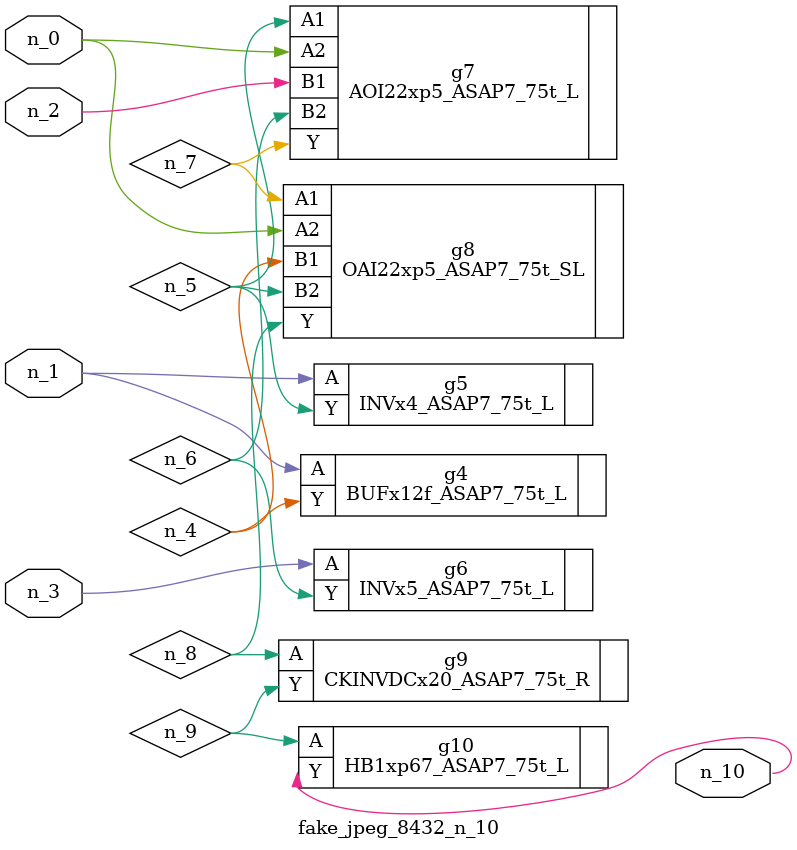
<source format=v>
module fake_jpeg_8432_n_10 (n_0, n_3, n_2, n_1, n_10);

input n_0;
input n_3;
input n_2;
input n_1;

output n_10;

wire n_4;
wire n_8;
wire n_9;
wire n_6;
wire n_5;
wire n_7;

BUFx12f_ASAP7_75t_L g4 ( 
.A(n_1),
.Y(n_4)
);

INVx4_ASAP7_75t_L g5 ( 
.A(n_1),
.Y(n_5)
);

INVx5_ASAP7_75t_L g6 ( 
.A(n_3),
.Y(n_6)
);

AOI22xp5_ASAP7_75t_L g7 ( 
.A1(n_5),
.A2(n_0),
.B1(n_2),
.B2(n_6),
.Y(n_7)
);

OAI22xp5_ASAP7_75t_SL g8 ( 
.A1(n_7),
.A2(n_0),
.B1(n_4),
.B2(n_5),
.Y(n_8)
);

CKINVDCx20_ASAP7_75t_R g9 ( 
.A(n_8),
.Y(n_9)
);

HB1xp67_ASAP7_75t_L g10 ( 
.A(n_9),
.Y(n_10)
);


endmodule
</source>
